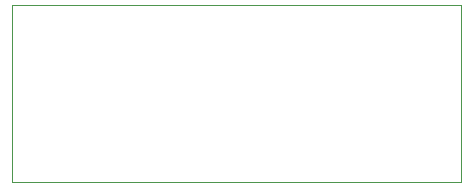
<source format=gm1>
G04*
G04 #@! TF.GenerationSoftware,Altium Limited,Altium Designer,24.1.2 (44)*
G04*
G04 Layer_Color=16711680*
%FSLAX25Y25*%
%MOIN*%
G70*
G04*
G04 #@! TF.SameCoordinates,0CAF7D85-E977-4B9D-9D86-D71ED8E1370B*
G04*
G04*
G04 #@! TF.FilePolarity,Positive*
G04*
G01*
G75*
%ADD10C,0.00394*%
D10*
X0Y-0D02*
Y59055D01*
Y-0D02*
X149606Y0D01*
Y59055D01*
X0D02*
X149606D01*
M02*

</source>
